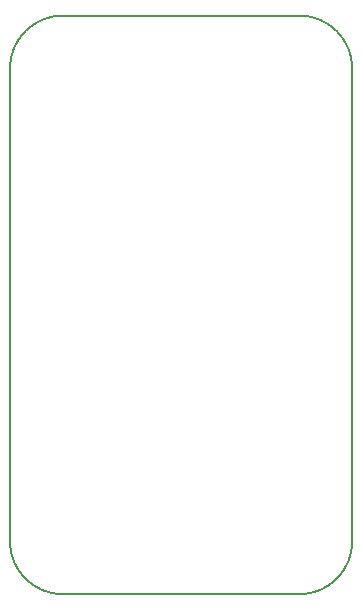
<source format=gbr>
%TF.GenerationSoftware,KiCad,Pcbnew,(6.0.0-rc1-124-g18b4ebcc17)*%
%TF.CreationDate,2021-11-27T01:21:43+01:00*%
%TF.ProjectId,2HBR_NG,32484252-5f4e-4472-9e6b-696361645f70,1*%
%TF.SameCoordinates,Original*%
%TF.FileFunction,Profile,NP*%
%FSLAX46Y46*%
G04 Gerber Fmt 4.6, Leading zero omitted, Abs format (unit mm)*
G04 Created by KiCad (PCBNEW (6.0.0-rc1-124-g18b4ebcc17)) date 2021-11-27 01:21:43*
%MOMM*%
%LPD*%
G01*
G04 APERTURE LIST*
%TA.AperFunction,Profile*%
%ADD10C,0.200000*%
%TD*%
G04 APERTURE END LIST*
D10*
X149999999Y-55679999D02*
G75*
G03*
X145499999Y-60179999I-2J-4499998D01*
G01*
X145500000Y-100180000D02*
G75*
G03*
X149999996Y-104680002I4499998J-4D01*
G01*
X145500000Y-100180000D02*
X145500000Y-60179999D01*
X169999999Y-104680000D02*
X150000000Y-104680000D01*
X169999999Y-104680000D02*
G75*
G03*
X174500000Y-100180001I1J4500000D01*
G01*
X174499999Y-60179998D02*
X174499999Y-100180000D01*
X149999999Y-55679999D02*
X169999999Y-55679998D01*
X174499999Y-60179998D02*
G75*
G03*
X170000000Y-55679997I-4500000J1D01*
G01*
M02*

</source>
